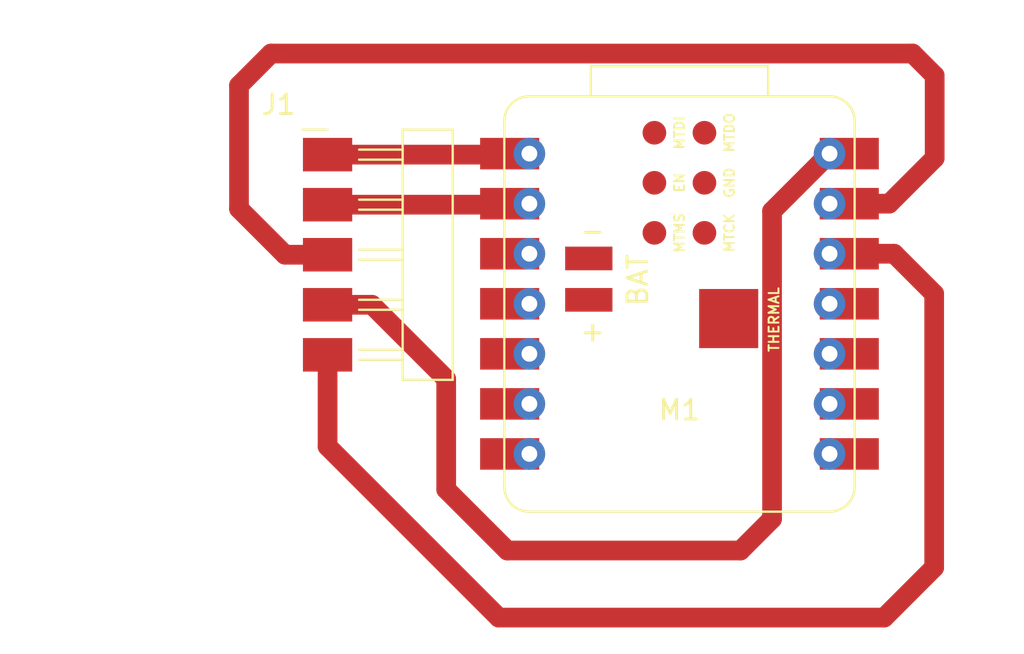
<source format=kicad_pcb>
(kicad_pcb (version 20241229) (generator "pcbnew") (generator_version "9.0")
  (layers (0 "F.Cu" signal) (2 "B.Cu" signal) (13 "F.Paste" user) (15 "B.Paste" user) (5 "F.SilkS" user "F.Silkscreen") (7 "B.SilkS" user "B.Silkscreen") (1 "F.Mask" user) (3 "B.Mask" user) (25 "Edge.Cuts" user))
  (net 0 "")
  (net 1 "Net-(J1-Pin_1)")
  (net 2 "Net-(J1-Pin_5)")
  (net 3 "Net-(J1-Pin_3)")
  (net 4 "Net-(J1-Pin_2)")
  (net 5 "Net-(J1-Pin_4)")
  (footprint "fab:PinHeader_01x05_P2.54mm_Horizontal_SMD" (layer "F.Cu") (at 133.7818 93.1164)
    (property "Reference" "J1" (at -1.524 -2.54 0) (layer "F.SilkS") (effects (justify right)))
    (property "Value" "PinHeader_01x05_P2.54mm_Horizontal_SMD")
    (fp_line (start -1.27 -1.27) (end 0 -1.27) (stroke (width 0.12)) (layer "F.SilkS"))
    (fp_line (start 3.81 -1.27) (end 6.35 -1.27) (stroke (width 0.12)) (layer "F.SilkS"))
    (fp_line (start 3.81 -0.254) (end 1.6 -0.254) (stroke (width 0.12)) (layer "F.SilkS"))
    (fp_line (start 3.81 0.254) (end 1.6 0.254) (stroke (width 0.12)) (layer "F.SilkS"))
    (fp_line (start 3.81 2.286) (end 1.6 2.286) (stroke (width 0.12)) (layer "F.SilkS"))
    (fp_line (start 3.81 2.794) (end 1.6 2.794) (stroke (width 0.12)) (layer "F.SilkS"))
    (fp_line (start 3.81 4.826) (end 1.6 4.826) (stroke (width 0.12)) (layer "F.SilkS"))
    (fp_line (start 3.81 5.334) (end 1.6 5.334) (stroke (width 0.12)) (layer "F.SilkS"))
    (fp_line (start 3.81 7.366) (end 1.6 7.366) (stroke (width 0.12)) (layer "F.SilkS"))
    (fp_line (start 3.81 7.874) (end 1.6 7.874) (stroke (width 0.12)) (layer "F.SilkS"))
    (fp_line (start 3.81 9.906) (end 1.6 9.906) (stroke (width 0.12)) (layer "F.SilkS"))
    (fp_line (start 3.81 10.414) (end 1.6 10.414) (stroke (width 0.12)) (layer "F.SilkS"))
    (fp_line (start 3.81 11.43) (end 3.81 -1.27) (stroke (width 0.12)) (layer "F.SilkS"))
    (fp_line (start 6.35 -1.27) (end 6.35 11.43) (stroke (width 0.12)) (layer "F.SilkS"))
    (fp_line (start 6.35 11.43) (end 3.81 11.43) (stroke (width 0.12)) (layer "F.SilkS"))
    (pad "1" smd rect (at 0 0) (size 2.5 1.7) (layers "F.Cu" "F.Mask" "F.Paste") (net 1 "Net-(J1-Pin_1)"))
    (pad "2" smd rect (at 0 2.54) (size 2.5 1.7) (layers "F.Cu" "F.Mask" "F.Paste") (net 4 "Net-(J1-Pin_2)"))
    (pad "3" smd rect (at 0 5.08) (size 2.5 1.7) (layers "F.Cu" "F.Mask" "F.Paste") (net 3 "Net-(J1-Pin_3)"))
    (pad "4" smd rect (at 0 7.62) (size 2.5 1.7) (layers "F.Cu" "F.Mask" "F.Paste") (net 5 "Net-(J1-Pin_4)"))
    (pad "5" smd rect (at 0 10.16) (size 2.5 1.7) (layers "F.Cu" "F.Mask" "F.Paste") (net 2 "Net-(J1-Pin_5)"))
  )
  (footprint "fab:SeeedStudio_XIAO_ESP32C3" (layer "F.Cu") (at 151.638 100.6856)
    (property "Reference" "M1" (at 0 5.39 0) (layer "F.SilkS"))
    (property "Value" "Module_XIAO-ESP32C3")
    (fp_line (start -8.8875 9.281) (end -8.8875 -9.261) (stroke (width 0.12)) (layer "F.SilkS"))
    (fp_line (start -7.6175 -10.531) (end 7.6225 -10.531) (stroke (width 0.12)) (layer "F.SilkS"))
    (fp_line (start 7.6225 10.551) (end -7.6175 10.551) (stroke (width 0.12)) (layer "F.SilkS"))
    (fp_line (start 8.8925 -9.261) (end 8.8925 9.281) (stroke (width 0.12)) (layer "F.SilkS"))
    (fp_rect (start -4.4975 -10.531) (end 4.5025 -12.055) (stroke (width 0.12)) (fill no) (layer "F.SilkS"))
    (fp_arc (start -8.8875 -9.261) (mid -8.515526 -10.159026) (end -7.6175 -10.531) (stroke (width 0.12)) (layer "F.SilkS"))
    (fp_arc (start -7.6175 10.551) (mid -8.515526 10.179026) (end -8.8875 9.281) (stroke (width 0.12)) (layer "F.SilkS"))
    (fp_arc (start 7.6225 -10.531) (mid 8.520526 -10.159026) (end 8.8925 -9.261) (stroke (width 0.12)) (layer "F.SilkS"))
    (fp_arc (start 8.8925 9.281) (mid 8.520526 10.179026) (end 7.6225 10.551) (stroke (width 0.12)) (layer "F.SilkS"))
    (fp_text user "EN" (at 0 -6.14 90) (layer "F.SilkS") (effects (font (size 0.5 0.5) (thickness 0.1) (bold yes))))
    (fp_text user "THERMAL" (at 4.8 0.8 90) (layer "F.SilkS") (effects (font (size 0.5 0.5) (thickness 0.1) (bold yes))))
    (fp_text user "-" (at -4.4 -3.7 0) (layer "F.SilkS"))
    (fp_text user "BAT" (at -2.7 -1.2 90) (layer "F.SilkS") (effects (justify top)))
    (fp_text user "MTCK" (at 2.54 -3.6 90) (layer "F.SilkS") (effects (font (size 0.5 0.5) (thickness 0.1) (bold yes))))
    (fp_text user "MTMS" (at 0 -3.6 90) (layer "F.SilkS") (effects (font (size 0.5 0.5) (thickness 0.1) (bold yes))))
    (fp_text user "GND" (at 2.54 -6.14 90) (layer "F.SilkS") (effects (font (size 0.5 0.5) (thickness 0.1) (bold yes))))
    (fp_text user "MTDI" (at 0 -8.68 90) (layer "F.SilkS") (effects (font (size 0.5 0.5) (thickness 0.1) (bold yes))))
    (fp_text user "MTDO" (at 2.54 -8.68 90) (layer "F.SilkS") (effects (font (size 0.5 0.5) (thickness 0.1) (bold yes))))
    (fp_text user "+" (at -4.4 1.4 0) (layer "F.SilkS"))
    (pad "1" thru_hole circle (at -7.615 -7.62) (size 1.6 1.6) (drill 0.8) (layers "*.Cu" "*.Mask") (net 1 "Net-(J1-Pin_1)"))
    (pad "1" smd rect (at -7.615 -7.62) (size 3 1.6) (drill (offset -1 0)) (layers "F.Cu" "F.Mask" "F.Paste") (net 1 "Net-(J1-Pin_1)"))
    (pad "2" thru_hole circle (at -7.615 -5.08) (size 1.6 1.6) (drill 0.8) (layers "*.Cu" "*.Mask") (net 4 "Net-(J1-Pin_2)"))
    (pad "2" smd rect (at -7.615 -5.08) (size 3 1.6) (drill (offset -1 0)) (layers "F.Cu" "F.Mask" "F.Paste") (net 4 "Net-(J1-Pin_2)"))
    (pad "3" thru_hole circle (at -7.615 -2.54) (size 1.6 1.6) (drill 0.8) (layers "*.Cu" "*.Mask"))
    (pad "3" smd rect (at -7.615 -2.54) (size 3 1.6) (drill (offset -1 0)) (layers "F.Cu" "F.Mask" "F.Paste"))
    (pad "4" thru_hole circle (at -7.615 0) (size 1.6 1.6) (drill 0.8) (layers "*.Cu" "*.Mask"))
    (pad "4" smd rect (at -7.615 0) (size 3 1.6) (drill (offset -1 0)) (layers "F.Cu" "F.Mask" "F.Paste"))
    (pad "5" thru_hole circle (at -7.615 2.54) (size 1.6 1.6) (drill 0.8) (layers "*.Cu" "*.Mask"))
    (pad "5" smd rect (at -7.615 2.54) (size 3 1.6) (drill (offset -1 0)) (layers "F.Cu" "F.Mask" "F.Paste"))
    (pad "6" thru_hole circle (at -7.615 5.08) (size 1.6 1.6) (drill 0.8) (layers "*.Cu" "*.Mask"))
    (pad "6" smd rect (at -7.615 5.08) (size 3 1.6) (drill (offset -1 0)) (layers "F.Cu" "F.Mask" "F.Paste"))
    (pad "7" thru_hole circle (at -7.615 7.62) (size 1.6 1.6) (drill 0.8) (layers "*.Cu" "*.Mask"))
    (pad "7" smd rect (at -7.615 7.62) (size 3 1.6) (drill (offset -1 0)) (layers "F.Cu" "F.Mask" "F.Paste"))
    (pad "8" thru_hole circle (at 7.62 7.62) (size 1.6 1.6) (drill 0.8) (layers "*.Cu" "*.Mask"))
    (pad "8" smd rect (at 7.62 7.62) (size 3 1.6) (drill (offset 1 0)) (layers "F.Cu" "F.Mask" "F.Paste"))
    (pad "9" thru_hole circle (at 7.62 5.08) (size 1.6 1.6) (drill 0.8) (layers "*.Cu" "*.Mask"))
    (pad "9" smd rect (at 7.62 5.08) (size 3 1.6) (drill (offset 1 0)) (layers "F.Cu" "F.Mask" "F.Paste"))
    (pad "10" thru_hole circle (at 7.62 2.54) (size 1.6 1.6) (drill 0.8) (layers "*.Cu" "*.Mask"))
    (pad "10" smd rect (at 7.62 2.54) (size 3 1.6) (drill (offset 1 0)) (layers "F.Cu" "F.Mask" "F.Paste"))
    (pad "11" thru_hole circle (at 7.62 0) (size 1.6 1.6) (drill 0.8) (layers "*.Cu" "*.Mask"))
    (pad "11" smd rect (at 7.62 0) (size 3 1.6) (drill (offset 1 0)) (layers "F.Cu" "F.Mask" "F.Paste"))
    (pad "12" thru_hole circle (at 7.62 -2.54) (size 1.6 1.6) (drill 0.8) (layers "*.Cu" "*.Mask") (net 2 "Net-(J1-Pin_5)"))
    (pad "12" smd rect (at 7.62 -2.54) (size 3 1.6) (drill (offset 1 0)) (layers "F.Cu" "F.Mask" "F.Paste") (net 2 "Net-(J1-Pin_5)"))
    (pad "13" thru_hole circle (at 7.62 -5.08) (size 1.6 1.6) (drill 0.8) (layers "*.Cu" "*.Mask") (net 3 "Net-(J1-Pin_3)"))
    (pad "13" smd rect (at 7.62 -5.08) (size 3 1.6) (drill (offset 1 0)) (layers "F.Cu" "F.Mask" "F.Paste") (net 3 "Net-(J1-Pin_3)"))
    (pad "14" thru_hole circle (at 7.62 -7.62) (size 1.6 1.6) (drill 0.8) (layers "*.Cu" "*.Mask") (net 5 "Net-(J1-Pin_4)"))
    (pad "14" smd rect (at 7.62 -7.62) (size 3 1.6) (drill (offset 1 0)) (layers "F.Cu" "F.Mask" "F.Paste") (net 5 "Net-(J1-Pin_4)"))
    (pad "15" smd rect (at -4.6 -2.3) (size 2.4 1.2) (layers "F.Cu" "F.Mask" "F.Paste"))
    (pad "16" smd rect (at -4.6 -0.2) (size 2.4 1.2) (layers "F.Cu" "F.Mask" "F.Paste"))
    (pad "17" smd circle (at -1.27 -8.68) (size 1.2 1.2) (layers "F.Cu" "F.Mask" "F.Paste"))
    (pad "18" smd circle (at -1.27 -6.14) (size 1.2 1.2) (layers "F.Cu" "F.Mask" "F.Paste"))
    (pad "19" smd circle (at -1.27 -3.6) (size 1.2 1.2) (layers "F.Cu" "F.Mask" "F.Paste"))
    (pad "20" smd circle (at 1.27 -3.6) (size 1.2 1.2) (layers "F.Cu" "F.Mask" "F.Paste"))
    (pad "21" smd circle (at 1.27 -6.14) (size 1.2 1.2) (layers "F.Cu" "F.Mask" "F.Paste"))
    (pad "22" smd circle (at 1.27 -8.68) (size 1.2 1.2) (layers "F.Cu" "F.Mask" "F.Paste"))
    (pad "23" smd rect (at 2.5 0.75) (size 3 3) (layers "F.Cu" "F.Mask" "F.Paste"))
  )
  (segment (start 143.9722 93.1164) (end 144.023 93.0656) (width 1) (layer "F.Cu") (net 1))
  (segment (start 133.7818 93.1164) (end 143.9722 93.1164) (width 1) (layer "F.Cu") (net 1))
  (segment (start 133.7818 107.9246) (end 142.4686 116.6114) (width 1) (layer "F.Cu") (net 2))
  (segment (start 164.5666 114.0714) (end 164.5666 100.1776) (width 1) (layer "F.Cu") (net 2))
  (segment (start 164.5666 100.1776) (end 162.5346 98.1456) (width 1) (layer "F.Cu") (net 2))
  (segment (start 162.0266 116.6114) (end 164.5666 114.0714) (width 1) (layer "F.Cu") (net 2))
  (segment (start 142.4686 116.6114) (end 162.0266 116.6114) (width 1) (layer "F.Cu") (net 2))
  (segment (start 133.7818 103.2764) (end 133.7818 107.9246) (width 1) (layer "F.Cu") (net 2))
  (segment (start 162.5346 98.1456) (end 159.258 98.1456) (width 1) (layer "F.Cu") (net 2))
  (segment (start 162.2806 95.6056) (end 164.592 93.2942) (width 1) (layer "F.Cu") (net 3))
  (segment (start 164.592 93.2942) (end 164.592 89.1032) (width 1) (layer "F.Cu") (net 3))
  (segment (start 129.286 89.6112) (end 129.286 95.8596) (width 1) (layer "F.Cu") (net 3))
  (segment (start 163.4744 87.9856) (end 130.9116 87.9856) (width 1) (layer "F.Cu") (net 3))
  (segment (start 129.286 95.8596) (end 131.6228 98.1964) (width 1) (layer "F.Cu") (net 3))
  (segment (start 164.592 89.1032) (end 163.4744 87.9856) (width 1) (layer "F.Cu") (net 3))
  (segment (start 159.258 95.6056) (end 162.2806 95.6056) (width 1) (layer "F.Cu") (net 3))
  (segment (start 131.6228 98.1964) (end 133.7818 98.1964) (width 1) (layer "F.Cu") (net 3))
  (segment (start 130.9116 87.9856) (end 129.286 89.6112) (width 1) (layer "F.Cu") (net 3))
  (segment (start 133.7818 95.6564) (end 143.9722 95.6564) (width 1) (layer "F.Cu") (net 4))
  (segment (start 143.9722 95.6564) (end 144.023 95.6056) (width 1) (layer "F.Cu") (net 4))
  (segment (start 139.8016 104.5062) (end 139.8016 110.109) (width 1) (layer "F.Cu") (net 5))
  (segment (start 156.339 95.9846) (end 159.258 93.0656) (width 1) (layer "F.Cu") (net 5))
  (segment (start 139.8016 110.109) (end 142.9004 113.2078) (width 1) (layer "F.Cu") (net 5))
  (segment (start 156.339 111.6056) (end 156.339 95.9846) (width 1) (layer "F.Cu") (net 5))
  (segment (start 154.7368 113.2078) (end 156.339 111.6056) (width 1) (layer "F.Cu") (net 5))
  (segment (start 142.9004 113.2078) (end 154.7368 113.2078) (width 1) (layer "F.Cu") (net 5))
  (segment (start 133.7818 100.7364) (end 136.0318 100.7364) (width 1) (layer "F.Cu") (net 5))
  (segment (start 136.0318 100.7364) (end 139.8016 104.5062) (width 1) (layer "F.Cu") (net 5))
)
</source>
